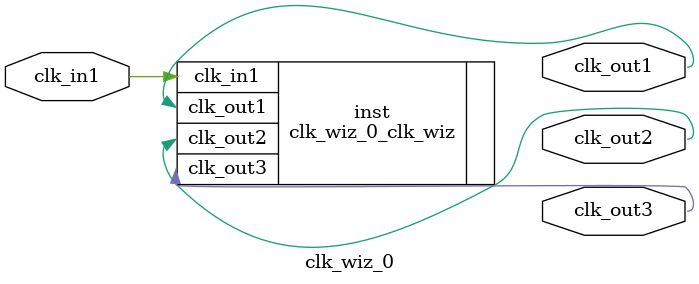
<source format=v>


`timescale 1ps/1ps

(* CORE_GENERATION_INFO = "clk_wiz_0,clk_wiz_v6_0_1_0_0,{component_name=clk_wiz_0,use_phase_alignment=true,use_min_o_jitter=false,use_max_i_jitter=false,use_dyn_phase_shift=false,use_inclk_switchover=false,use_dyn_reconfig=false,enable_axi=0,feedback_source=FDBK_AUTO,PRIMITIVE=MMCM,num_out_clk=3,clkin1_period=10.000,clkin2_period=10.000,use_power_down=false,use_reset=false,use_locked=false,use_inclk_stopped=false,feedback_type=SINGLE,CLOCK_MGR_TYPE=NA,manual_override=false}" *)

module clk_wiz_0 
 (
  // Clock out ports
  output        clk_out1,
  output        clk_out2,
  output        clk_out3,
 // Clock in ports
  input         clk_in1
 );

  clk_wiz_0_clk_wiz inst
  (
  // Clock out ports  
  .clk_out1(clk_out1),
  .clk_out2(clk_out2),
  .clk_out3(clk_out3),
 // Clock in ports
  .clk_in1(clk_in1)
  );

endmodule

</source>
